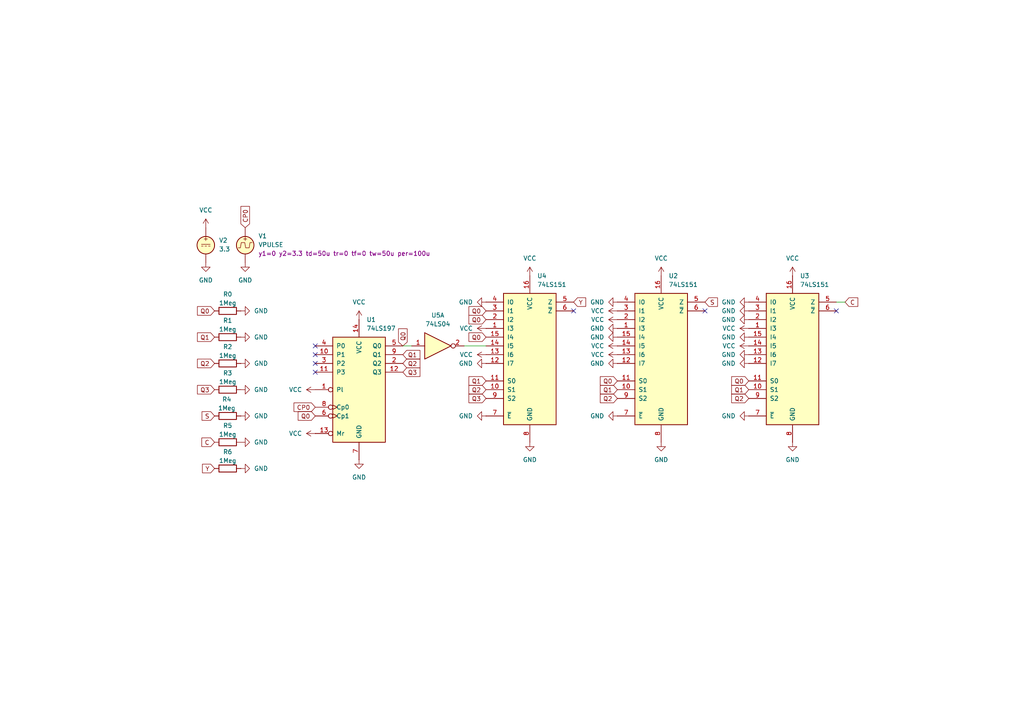
<source format=kicad_sch>
(kicad_sch (version 20250114) (generator "eeschema") (generator_version "9.0")
  (paper "A4")
  (lib_symbols
    (symbol "74xx:74LS04"
      (property "Reference" "U" (at 0 1.27 0))
      (property "Value" "74LS04" (at 0 -1.27 0))
      (symbol "74LS04_1_0"
        (polyline (pts (xy -3.81 3.81) (xy -3.81 -3.81) (xy 3.81 0) (xy -3.81 3.81)) (stroke (width 0.254)) (fill (type background)))
        (pin input line (at -7.62 0 0) (length 3.81) (name "~") (number "1"))
        (pin output inverted (at 7.62 0 180) (length 3.81) (name "~") (number "2"))
      )
      (symbol "74LS04_2_0"
        (polyline (pts (xy -3.81 3.81) (xy -3.81 -3.81) (xy 3.81 0) (xy -3.81 3.81)) (stroke (width 0.254)) (fill (type background)))
        (pin input line (at -7.62 0 0) (length 3.81) (name "~") (number "3"))
        (pin output inverted (at 7.62 0 180) (length 3.81) (name "~") (number "4"))
      )
      (symbol "74LS04_3_0"
        (polyline (pts (xy -3.81 3.81) (xy -3.81 -3.81) (xy 3.81 0) (xy -3.81 3.81)) (stroke (width 0.254)) (fill (type background)))
        (pin input line (at -7.62 0 0) (length 3.81) (name "~") (number "5"))
        (pin output inverted (at 7.62 0 180) (length 3.81) (name "~") (number "6"))
      )
      (symbol "74LS04_4_0"
        (polyline (pts (xy -3.81 3.81) (xy -3.81 -3.81) (xy 3.81 0) (xy -3.81 3.81)) (stroke (width 0.254)) (fill (type background)))
        (pin input line (at -7.62 0 0) (length 3.81) (name "~") (number "9"))
        (pin output inverted (at 7.62 0 180) (length 3.81) (name "~") (number "8"))
      )
      (symbol "74LS04_5_0"
        (polyline (pts (xy -3.81 3.81) (xy -3.81 -3.81) (xy 3.81 0) (xy -3.81 3.81)) (stroke (width 0.254)) (fill (type background)))
        (pin input line (at -7.62 0 0) (length 3.81) (name "~") (number "11"))
        (pin output inverted (at 7.62 0 180) (length 3.81) (name "~") (number "10"))
      )
      (symbol "74LS04_6_0"
        (polyline (pts (xy -3.81 3.81) (xy -3.81 -3.81) (xy 3.81 0) (xy -3.81 3.81)) (stroke (width 0.254)) (fill (type background)))
        (pin input line (at -7.62 0 0) (length 3.81) (name "~") (number "13"))
        (pin output inverted (at 7.62 0 180) (length 3.81) (name "~") (number "12"))
      )
      (symbol "74LS04_7_0"
        (pin power_in line (at 0 12.7 270) (length 5.08) (name "VCC") (number "14"))
        (pin power_in line (at 0 -12.7 90) (length 5.08) (name "GND") (number "7"))
      )
      (symbol "74LS04_7_1"
        (rectangle (start -5.08 7.62) (end 5.08 -7.62) (stroke (width 0.254)) (fill (type background)))
      )
    )
    (symbol "74xx:74LS151" (pin_names (offset 1.016))
      (property "Reference" "U" (at -7.62 19.05 0))
      (property "Value" "74LS151" (at -7.62 -21.59 0))
      (symbol "74LS151_1_0"
        (pin input line (at -12.7 15.24 0) (length 5.08) (name "I0") (number "4"))
        (pin input line (at -12.7 12.7 0) (length 5.08) (name "I1") (number "3"))
        (pin input line (at -12.7 10.16 0) (length 5.08) (name "I2") (number "2"))
        (pin input line (at -12.7 7.62 0) (length 5.08) (name "I3") (number "1"))
        (pin input line (at -12.7 5.08 0) (length 5.08) (name "I4") (number "15"))
        (pin input line (at -12.7 2.54 0) (length 5.08) (name "I5") (number "14"))
        (pin input line (at -12.7 0 0) (length 5.08) (name "I6") (number "13"))
        (pin input line (at -12.7 -2.54 0) (length 5.08) (name "I7") (number "12"))
        (pin input line (at -12.7 -7.62 0) (length 5.08) (name "S0") (number "11"))
        (pin input line (at -12.7 -10.16 0) (length 5.08) (name "S1") (number "10"))
        (pin input line (at -12.7 -12.7 0) (length 5.08) (name "S2") (number "9"))
        (pin input line (at -12.7 -17.78 0) (length 5.08) (name "~{E}") (number "7"))
        (pin power_in line (at 0 22.86 270) (length 5.08) (name "VCC") (number "16"))
        (pin power_in line (at 0 -25.4 90) (length 5.08) (name "GND") (number "8"))
        (pin output line (at 12.7 15.24 180) (length 5.08) (name "Z") (number "5"))
        (pin output line (at 12.7 12.7 180) (length 5.08) (name "~{Z}") (number "6"))
      )
      (symbol "74LS151_1_1"
        (rectangle (start -7.62 17.78) (end 7.62 -20.32) (stroke (width 0.254)) (fill (type background)))
      )
    )
    (symbol "74xx:74LS197" (pin_names (offset 1.016))
      (property "Reference" "U" (at -7.62 16.51 0))
      (property "Value" "74LS197" (at -7.62 -16.51 0))
      (symbol "74LS197_1_0"
        (pin input line (at -12.7 12.7 0) (length 5.08) (name "P0") (number "4"))
        (pin input line (at -12.7 10.16 0) (length 5.08) (name "P1") (number "10"))
        (pin input line (at -12.7 7.62 0) (length 5.08) (name "P2") (number "3"))
        (pin input line (at -12.7 5.08 0) (length 5.08) (name "P3") (number "11"))
        (pin input inverted (at -12.7 0 0) (length 5.08) (name "Pl") (number "1"))
        (pin input inverted_clock (at -12.7 -5.08 0) (length 5.08) (name "Cp0") (number "8"))
        (pin input inverted_clock (at -12.7 -7.62 0) (length 5.08) (name "Cp1") (number "6"))
        (pin input inverted (at -12.7 -12.7 0) (length 5.08) (name "Mr") (number "13"))
        (pin power_in line (at 0 20.32 270) (length 5.08) (name "VCC") (number "14"))
        (pin power_in line (at 0 -20.32 90) (length 5.08) (name "GND") (number "7"))
        (pin output line (at 12.7 12.7 180) (length 5.08) (name "Q0") (number "5"))
        (pin output line (at 12.7 10.16 180) (length 5.08) (name "Q1") (number "9"))
        (pin output line (at 12.7 7.62 180) (length 5.08) (name "Q2") (number "2"))
        (pin output line (at 12.7 5.08 180) (length 5.08) (name "Q3") (number "12"))
      )
      (symbol "74LS197_1_1"
        (rectangle (start -7.62 15.24) (end 7.62 -15.24) (stroke (width 0.254)) (fill (type background)))
      )
    )
    (symbol "Device:R" (pin_numbers (hide yes)) (pin_names (offset 0))
      (property "Reference" "R" (at 2.032 0 90))
      (property "Value" "R" (at 0 0 90))
      (symbol "R_0_1"
        (rectangle (start -1.016 -2.54) (end 1.016 2.54) (stroke (width 0.254)))
      )
      (symbol "R_1_1"
        (pin passive line (at 0 3.81 270) (length 1.27) (name "~") (number "1"))
        (pin passive line (at 0 -3.81 90) (length 1.27) (name "~") (number "2"))
      )
    )
    (symbol "Simulation_SPICE:VDC" (pin_numbers (hide yes)) (pin_names (offset 0.0254))
      (property "Reference" "V" (at 2.54 2.54 0))
      (property "Value" "1" (at 2.54 0 0))
      (symbol "VDC_0_0"
        (polyline (pts (xy -1.27 0.254) (xy 1.27 0.254)))
        (polyline (pts (xy -0.762 -0.254) (xy -1.27 -0.254)))
        (polyline (pts (xy 0.254 -0.254) (xy -0.254 -0.254)))
        (polyline (pts (xy 1.27 -0.254) (xy 0.762 -0.254)))
        (text "+" (at 0 1.905 0) (effects (font (size 1.27 1.27))))
      )
      (symbol "VDC_0_1"
        (circle (center 0 0) (radius 2.54) (stroke (width 0.254)) (fill (type background)))
      )
      (symbol "VDC_1_1"
        (pin passive line (at 0 5.08 270) (length 2.54) (name "~") (number "1"))
        (pin passive line (at 0 -5.08 90) (length 2.54) (name "~") (number "2"))
      )
    )
    (symbol "Simulation_SPICE:VPULSE" (pin_numbers (hide yes)) (pin_names (offset 0.0254))
      (property "Reference" "V" (at 2.54 2.54 0))
      (property "Value" "VPULSE" (at 2.54 0 0))
      (property "Sim.Params" "y1=0 y2=1 td=2n tr=2n tf=2n tw=50n per=100n" (at 2.54 -2.54 0))
      (symbol "VPULSE_0_0"
        (polyline (pts (xy -2.032 -0.762) (xy -1.397 -0.762) (xy -1.143 0.762) (xy -0.127 0.762) (xy 0.127 -0.762) (xy 1.143 -0.762) (xy 1.397 0.762) (xy 2.032 0.762)))
        (text "+" (at 0 1.905 0) (effects (font (size 1.27 1.27))))
      )
      (symbol "VPULSE_0_1"
        (circle (center 0 0) (radius 2.54) (stroke (width 0.254)) (fill (type background)))
      )
      (symbol "VPULSE_1_1"
        (pin passive line (at 0 5.08 270) (length 2.54) (name "~") (number "1"))
        (pin passive line (at 0 -5.08 90) (length 2.54) (name "~") (number "2"))
      )
    )
    (symbol "power:GND" (power) (pin_numbers (hide yes)) (pin_names (offset 0) (hide yes))
      (property "Value" "GND" (at 0 -3.81 0))
      (symbol "GND_0_1"
        (polyline (pts (xy 0 0) (xy 0 -1.27) (xy 1.27 -1.27) (xy 0 -2.54) (xy -1.27 -1.27) (xy 0 -1.27)))
      )
      (symbol "GND_1_1"
        (pin power_in line (at 0 0 270) (length 0) (name "~") (number "1"))
      )
    )
    (symbol "power:VCC" (power) (pin_numbers (hide yes)) (pin_names (offset 0) (hide yes))
      (property "Value" "VCC" (at 0 3.556 0))
      (symbol "VCC_0_1"
        (polyline (pts (xy -0.762 1.27) (xy 0 2.54)))
        (polyline (pts (xy 0 2.54) (xy 0.762 1.27)))
        (polyline (pts (xy 0 0) (xy 0 2.54)))
      )
      (symbol "VCC_1_1"
        (pin power_in line (at 0 0 90) (length 0) (name "~") (number "1"))
      )
    )
  )
  (no_connect (at 242.57 90.17))
  (no_connect (at 166.37 90.17))
  (no_connect (at 204.47 90.17))
  (no_connect (at 91.44 102.87))
  (no_connect (at 91.44 105.41))
  (no_connect (at 91.44 100.33))
  (no_connect (at 91.44 107.95))
  (wire (pts (xy 116.84 100.33) (xy 119.38 100.33)))
  (wire (pts (xy 134.62 100.33) (xy 140.97 100.33)))
  (wire (pts (xy 242.57 87.63) (xy 245.11 87.63)))
  (global_label "CP0" (shape input) (at 71.12 66.04 90) (property "Intersheetrefs" "${INTERSHEET_REFS}" (effects (hide yes))))
  (global_label "Q1" (shape input) (at 116.84 102.87 0) (property "Intersheetrefs" "${INTERSHEET_REFS}" (effects (hide yes))))
  (global_label "S" (shape input) (at 204.47 87.63 0) (property "Intersheetrefs" "${INTERSHEET_REFS}" (effects (hide yes))))
  (global_label "Q3" (shape input) (at 116.84 107.95 0) (property "Intersheetrefs" "${INTERSHEET_REFS}" (effects (hide yes))))
  (global_label "Q1" (shape input) (at 217.17 113.03 180) (property "Intersheetrefs" "${INTERSHEET_REFS}" (effects (hide yes))))
  (global_label "S" (shape input) (at 62.23 120.65 180) (property "Intersheetrefs" "${INTERSHEET_REFS}" (effects (hide yes))))
  (global_label "CP0" (shape input) (at 91.44 118.11 180) (property "Intersheetrefs" "${INTERSHEET_REFS}" (effects (hide yes))))
  (global_label "Q1" (shape input) (at 62.23 97.79 180) (property "Intersheetrefs" "${INTERSHEET_REFS}" (effects (hide yes))))
  (global_label "C" (shape input) (at 245.11 87.63 0) (property "Intersheetrefs" "${INTERSHEET_REFS}" (effects (hide yes))))
  (global_label "Q0" (shape input) (at 140.97 92.71 180) (property "Intersheetrefs" "${INTERSHEET_REFS}" (effects (hide yes))))
  (global_label "Q0" (shape input) (at 217.17 110.49 180) (property "Intersheetrefs" "${INTERSHEET_REFS}" (effects (hide yes))))
  (global_label "Q0" (shape input) (at 179.07 110.49 180) (property "Intersheetrefs" "${INTERSHEET_REFS}" (effects (hide yes))))
  (global_label "Q1" (shape input) (at 140.97 110.49 180) (property "Intersheetrefs" "${INTERSHEET_REFS}" (effects (hide yes))))
  (global_label "Q0" (shape input) (at 140.97 97.79 180) (property "Intersheetrefs" "${INTERSHEET_REFS}" (effects (hide yes))))
  (global_label "Q2" (shape input) (at 179.07 115.57 180) (property "Intersheetrefs" "${INTERSHEET_REFS}" (effects (hide yes))))
  (global_label "Y" (shape input) (at 62.23 135.89 180) (property "Intersheetrefs" "${INTERSHEET_REFS}" (effects (hide yes))))
  (global_label "C" (shape input) (at 62.23 128.27 180) (property "Intersheetrefs" "${INTERSHEET_REFS}" (effects (hide yes))))
  (global_label "Q2" (shape input) (at 217.17 115.57 180) (property "Intersheetrefs" "${INTERSHEET_REFS}" (effects (hide yes))))
  (global_label "Q2" (shape input) (at 140.97 113.03 180) (property "Intersheetrefs" "${INTERSHEET_REFS}" (effects (hide yes))))
  (global_label "Q0" (shape input) (at 116.84 100.33 90) (property "Intersheetrefs" "${INTERSHEET_REFS}" (effects (hide yes))))
  (global_label "Q0" (shape input) (at 140.97 90.17 180) (property "Intersheetrefs" "${INTERSHEET_REFS}" (effects (hide yes))))
  (global_label "Q3" (shape input) (at 140.97 115.57 180) (property "Intersheetrefs" "${INTERSHEET_REFS}" (effects (hide yes))))
  (global_label "Q1" (shape input) (at 179.07 113.03 180) (property "Intersheetrefs" "${INTERSHEET_REFS}" (effects (hide yes))))
  (global_label "Q2" (shape input) (at 62.23 105.41 180) (property "Intersheetrefs" "${INTERSHEET_REFS}" (effects (hide yes))))
  (global_label "Q0" (shape input) (at 62.23 90.17 180) (property "Intersheetrefs" "${INTERSHEET_REFS}" (effects (hide yes))))
  (global_label "Q3" (shape input) (at 62.23 113.03 180) (property "Intersheetrefs" "${INTERSHEET_REFS}" (effects (hide yes))))
  (global_label "Q2" (shape input) (at 116.84 105.41 0) (property "Intersheetrefs" "${INTERSHEET_REFS}" (effects (hide yes))))
  (global_label "Y" (shape input) (at 166.37 87.63 0) (property "Intersheetrefs" "${INTERSHEET_REFS}" (effects (hide yes))))
  (global_label "Q0" (shape input) (at 91.44 120.65 180) (property "Intersheetrefs" "${INTERSHEET_REFS}" (effects (hide yes))))
  (symbol (lib_id "power:GND") (at 69.85 113.03 90) (unit 1)
    (property "Reference" "#PWR033" (effects (hide yes)))
    (property "Value" "GND" (at 73.66 113.0299 90) (effects (justify right)))
    (property "Description" "Power symbol creates a global label with name \"GND\" , ground" (effects (hide yes)))
  )
  (symbol (lib_id "power:GND") (at 140.97 105.41 270) (unit 1)
    (property "Reference" "#PWR040" (effects (hide yes)))
    (property "Value" "GND" (at 137.16 105.4099 90) (effects (justify right)))
    (property "Description" "Power symbol creates a global label with name \"GND\" , ground" (effects (hide yes)))
  )
  (symbol (lib_id "power:VCC") (at 153.67 80.01 0) (unit 1)
    (property "Reference" "#PWR036" (effects (hide yes)))
    (property "Value" "VCC" (at 153.67 74.93 0))
    (property "Description" "Power symbol creates a global label with name \"VCC\"" (effects (hide yes)))
  )
  (symbol (lib_id "Device:R") (at 66.04 105.41 90) (unit 1)
    (property "Reference" "R2" (at 66.04 100.584 90))
    (property "Value" "1Meg" (at 66.04 103.124 90))
    (property "Description" "Resistor" (effects (hide yes)))
  )
  (symbol (lib_id "power:VCC") (at 217.17 100.33 90) (unit 1)
    (property "Reference" "#PWR020" (effects (hide yes)))
    (property "Value" "VCC" (at 213.36 100.3299 90) (effects (justify left)))
    (property "Description" "Power symbol creates a global label with name \"VCC\"" (effects (hide yes)))
  )
  (symbol (lib_id "Simulation_SPICE:VPULSE") (at 71.12 71.12 0) (unit 1)
    (property "Reference" "V1" (at 74.93 68.4501 0) (effects (justify left)))
    (property "Value" "VPULSE" (at 74.93 70.9901 0) (effects (justify left)))
    (property "Datasheet" "https://ngspice.sourceforge.io/docs/ngspice-html-manual/manual.xhtml#sec_Independent_Sources_for" (effects (hide yes)))
    (property "Description" "Voltage source, pulse" (effects (hide yes)))
    (property "Sim.Pins" "1=+ 2=-" (effects (hide yes)))
    (property "Sim.Type" "PULSE" (effects (hide yes)))
    (property "Sim.Device" "V" (effects (hide yes)))
    (property "Sim.Params" "y1=0 y2=3.3 td=50u tr=0 tf=0 tw=50u per=100u" (at 74.93 73.5301 0) (effects (justify left)))
  )
  (symbol (lib_id "power:GND") (at 179.07 95.25 270) (unit 1)
    (property "Reference" "#PWR021" (effects (hide yes)))
    (property "Value" "GND" (at 175.26 95.2499 90) (effects (justify right)))
    (property "Description" "Power symbol creates a global label with name \"GND\" , ground" (effects (hide yes)))
  )
  (symbol (lib_id "power:GND") (at 229.87 128.27 0) (unit 1)
    (property "Reference" "#PWR011" (effects (hide yes)))
    (property "Value" "GND" (at 229.87 133.35 0))
    (property "Description" "Power symbol creates a global label with name \"GND\" , ground" (effects (hide yes)))
  )
  (symbol (lib_id "power:GND") (at 153.67 128.27 0) (unit 1)
    (property "Reference" "#PWR037" (effects (hide yes)))
    (property "Value" "GND" (at 153.67 133.35 0))
    (property "Description" "Power symbol creates a global label with name \"GND\" , ground" (effects (hide yes)))
  )
  (symbol (lib_id "power:GND") (at 217.17 120.65 270) (unit 1)
    (property "Reference" "#PWR013" (effects (hide yes)))
    (property "Value" "GND" (at 213.36 120.6499 90) (effects (justify right)))
    (property "Description" "Power symbol creates a global label with name \"GND\" , ground" (effects (hide yes)))
  )
  (symbol (lib_id "power:GND") (at 217.17 92.71 270) (unit 1)
    (property "Reference" "#PWR026" (effects (hide yes)))
    (property "Value" "GND" (at 213.36 92.7099 90) (effects (justify right)))
    (property "Description" "Power symbol creates a global label with name \"GND\" , ground" (effects (hide yes)))
  )
  (symbol (lib_id "power:GND") (at 217.17 97.79 270) (unit 1)
    (property "Reference" "#PWR027" (effects (hide yes)))
    (property "Value" "GND" (at 213.36 97.7899 90) (effects (justify right)))
    (property "Description" "Power symbol creates a global label with name \"GND\" , ground" (effects (hide yes)))
  )
  (symbol (lib_id "Device:R") (at 66.04 135.89 90) (unit 1)
    (property "Reference" "R6" (at 66.04 131.064 90))
    (property "Value" "1Meg" (at 66.04 133.604 90))
    (property "Description" "Resistor" (effects (hide yes)))
  )
  (symbol (lib_id "power:GND") (at 179.07 120.65 270) (unit 1)
    (property "Reference" "#PWR012" (effects (hide yes)))
    (property "Value" "GND" (at 175.26 120.6499 90) (effects (justify right)))
    (property "Description" "Power symbol creates a global label with name \"GND\" , ground" (effects (hide yes)))
  )
  (symbol (lib_id "power:GND") (at 69.85 128.27 90) (unit 1)
    (property "Reference" "#PWR035" (effects (hide yes)))
    (property "Value" "GND" (at 73.66 128.2699 90) (effects (justify right)))
    (property "Description" "Power symbol creates a global label with name \"GND\" , ground" (effects (hide yes)))
  )
  (symbol (lib_id "power:GND") (at 69.85 90.17 90) (unit 1)
    (property "Reference" "#PWR030" (effects (hide yes)))
    (property "Value" "GND" (at 73.66 90.1699 90) (effects (justify right)))
    (property "Description" "Power symbol creates a global label with name \"GND\" , ground" (effects (hide yes)))
  )
  (symbol (lib_id "power:GND") (at 69.85 105.41 90) (unit 1)
    (property "Reference" "#PWR032" (effects (hide yes)))
    (property "Value" "GND" (at 73.66 105.4099 90) (effects (justify right)))
    (property "Description" "Power symbol creates a global label with name \"GND\" , ground" (effects (hide yes)))
  )
  (symbol (lib_id "power:GND") (at 69.85 120.65 90) (unit 1)
    (property "Reference" "#PWR034" (effects (hide yes)))
    (property "Value" "GND" (at 73.66 120.6499 90) (effects (justify right)))
    (property "Description" "Power symbol creates a global label with name \"GND\" , ground" (effects (hide yes)))
  )
  (symbol (lib_id "74xx:74LS151") (at 153.67 102.87 0) (unit 1)
    (property "Reference" "U4" (at 155.8133 80.01 0) (effects (justify left)))
    (property "Value" "74LS151" (at 155.8133 82.55 0) (effects (justify left)))
    (property "Datasheet" "http://www.ti.com/lit/gpn/sn74LS151" (effects (hide yes)))
    (property "Description" "Multiplexer 8 to 1" (effects (hide yes)))
    (property "Sim.Library" "../74LS151.lib" (effects (hide yes)))
    (property "Sim.Name" "74LS151" (effects (hide yes)))
    (property "Sim.Device" "SUBCKT" (effects (hide yes)))
    (property "Sim.Pins" "1=D3 2=D2 3=D1 4=D0 5=Y 6=W 7=GBAR 8=DGND 9=C 10=B 11=A 12=D7 13=D6 14=D5 15=D4 16=DPWR" (effects (hide yes)))
  )
  (symbol (lib_id "power:GND") (at 59.69 76.2 0) (unit 1)
    (property "Reference" "#PWR06" (effects (hide yes)))
    (property "Value" "GND" (at 59.69 81.28 0))
    (property "Description" "Power symbol creates a global label with name \"GND\" , ground" (effects (hide yes)))
  )
  (symbol (lib_id "power:GND") (at 69.85 97.79 90) (unit 1)
    (property "Reference" "#PWR031" (effects (hide yes)))
    (property "Value" "GND" (at 73.66 97.7899 90) (effects (justify right)))
    (property "Description" "Power symbol creates a global label with name \"GND\" , ground" (effects (hide yes)))
  )
  (symbol (lib_id "Device:R") (at 66.04 113.03 90) (unit 1)
    (property "Reference" "R3" (at 66.04 108.204 90))
    (property "Value" "1Meg" (at 66.04 110.744 90))
    (property "Description" "Resistor" (effects (hide yes)))
  )
  (symbol (lib_id "power:GND") (at 217.17 87.63 270) (unit 1)
    (property "Reference" "#PWR024" (effects (hide yes)))
    (property "Value" "GND" (at 213.36 87.6299 90) (effects (justify right)))
    (property "Description" "Power symbol creates a global label with name \"GND\" , ground" (effects (hide yes)))
  )
  (symbol (lib_id "power:GND") (at 217.17 102.87 270) (unit 1)
    (property "Reference" "#PWR028" (effects (hide yes)))
    (property "Value" "GND" (at 213.36 102.8699 90) (effects (justify right)))
    (property "Description" "Power symbol creates a global label with name \"GND\" , ground" (effects (hide yes)))
  )
  (symbol (lib_id "Device:R") (at 66.04 128.27 90) (unit 1)
    (property "Reference" "R5" (at 66.04 123.444 90))
    (property "Value" "1Meg" (at 66.04 125.984 90))
    (property "Description" "Resistor" (effects (hide yes)))
  )
  (symbol (lib_id "power:VCC") (at 104.14 92.71 0) (unit 1)
    (property "Reference" "#PWR02" (effects (hide yes)))
    (property "Value" "VCC" (at 104.14 87.63 0))
    (property "Description" "Power symbol creates a global label with name \"VCC\"" (effects (hide yes)))
  )
  (symbol (lib_id "power:VCC") (at 217.17 95.25 90) (unit 1)
    (property "Reference" "#PWR019" (effects (hide yes)))
    (property "Value" "VCC" (at 213.36 95.2499 90) (effects (justify left)))
    (property "Description" "Power symbol creates a global label with name \"VCC\"" (effects (hide yes)))
  )
  (symbol (lib_id "power:GND") (at 217.17 105.41 270) (unit 1)
    (property "Reference" "#PWR029" (effects (hide yes)))
    (property "Value" "GND" (at 213.36 105.4099 90) (effects (justify right)))
    (property "Description" "Power symbol creates a global label with name \"GND\" , ground" (effects (hide yes)))
  )
  (symbol (lib_id "power:VCC") (at 179.07 92.71 90) (unit 1)
    (property "Reference" "#PWR015" (effects (hide yes)))
    (property "Value" "VCC" (at 175.26 92.7099 90) (effects (justify left)))
    (property "Description" "Power symbol creates a global label with name \"VCC\"" (effects (hide yes)))
  )
  (symbol (lib_id "Simulation_SPICE:VDC") (at 59.69 71.12 0) (unit 1)
    (property "Reference" "V2" (at 63.5 69.7201 0) (effects (justify left)))
    (property "Value" "3.3" (at 63.5 72.2601 0) (effects (justify left)))
    (property "Datasheet" "https://ngspice.sourceforge.io/docs/ngspice-html-manual/manual.xhtml#sec_Independent_Sources_for" (effects (hide yes)))
    (property "Description" "Voltage source, DC" (effects (hide yes)))
    (property "Sim.Pins" "1=+ 2=-" (effects (hide yes)))
    (property "Sim.Type" "DC" (effects (hide yes)))
    (property "Sim.Device" "V" (effects (hide yes)))
  )
  (symbol (lib_id "power:GND") (at 179.07 87.63 270) (unit 1)
    (property "Reference" "#PWR014" (effects (hide yes)))
    (property "Value" "GND" (at 175.26 87.6299 90) (effects (justify right)))
    (property "Description" "Power symbol creates a global label with name \"GND\" , ground" (effects (hide yes)))
  )
  (symbol (lib_id "74xx:74LS151") (at 191.77 102.87 0) (unit 1)
    (property "Reference" "U2" (at 193.9133 80.01 0) (effects (justify left)))
    (property "Value" "74LS151" (at 193.9133 82.55 0) (effects (justify left)))
    (property "Datasheet" "http://www.ti.com/lit/gpn/sn74LS151" (effects (hide yes)))
    (property "Description" "Multiplexer 8 to 1" (effects (hide yes)))
    (property "Sim.Library" "../74LS151.lib" (effects (hide yes)))
    (property "Sim.Name" "74LS151" (effects (hide yes)))
    (property "Sim.Device" "SUBCKT" (effects (hide yes)))
    (property "Sim.Pins" "1=D3 2=D2 3=D1 4=D0 5=Y 6=W 7=GBAR 8=DGND 9=C 10=B 11=A 12=D7 13=D6 14=D5 15=D4 16=DPWR" (effects (hide yes)))
  )
  (symbol (lib_id "power:GND") (at 104.14 133.35 0) (unit 1)
    (property "Reference" "#PWR05" (effects (hide yes)))
    (property "Value" "GND" (at 104.14 138.43 0))
    (property "Description" "Power symbol creates a global label with name \"GND\" , ground" (effects (hide yes)))
  )
  (symbol (lib_id "power:VCC") (at 179.07 102.87 90) (unit 1)
    (property "Reference" "#PWR018" (effects (hide yes)))
    (property "Value" "VCC" (at 175.26 102.8699 90) (effects (justify left)))
    (property "Description" "Power symbol creates a global label with name \"VCC\"" (effects (hide yes)))
  )
  (symbol (lib_id "power:VCC") (at 91.44 125.73 90) (unit 1)
    (property "Reference" "#PWR09" (effects (hide yes)))
    (property "Value" "VCC" (at 87.63 125.7299 90) (effects (justify left)))
    (property "Description" "Power symbol creates a global label with name \"VCC\"" (effects (hide yes)))
  )
  (symbol (lib_id "power:VCC") (at 179.07 100.33 90) (unit 1)
    (property "Reference" "#PWR017" (effects (hide yes)))
    (property "Value" "VCC" (at 175.26 100.3299 90) (effects (justify left)))
    (property "Description" "Power symbol creates a global label with name \"VCC\"" (effects (hide yes)))
  )
  (symbol (lib_id "74xx:74LS197") (at 104.14 113.03 0) (unit 1)
    (property "Reference" "U1" (at 106.2833 92.71 0) (effects (justify left)))
    (property "Value" "74LS197" (at 106.2833 95.25 0) (effects (justify left)))
    (property "Datasheet" "http://www.ti.com/lit/gpn/sn74LS197" (effects (hide yes)))
    (property "Description" "4 (3+1)-bit presettable binary counter" (effects (hide yes)))
    (property "Sim.Library" "../74LS197.lib" (effects (hide yes)))
    (property "Sim.Name" "74LS197" (effects (hide yes)))
    (property "Sim.Device" "SUBCKT" (effects (hide yes)))
    (property "Sim.Pins" "1=LOADBAR 2=QC 3=C 4=A 5=QA 6=CLK2 7=DGND 8=CLK1 9=QB 10=B 11=D 12=QD 13=CLRBAR 14=DPWR" (effects (hide yes)))
  )
  (symbol (lib_id "power:GND") (at 179.07 105.41 270) (unit 1)
    (property "Reference" "#PWR023" (effects (hide yes)))
    (property "Value" "GND" (at 175.26 105.4099 90) (effects (justify right)))
    (property "Description" "Power symbol creates a global label with name \"GND\" , ground" (effects (hide yes)))
  )
  (symbol (lib_id "power:GND") (at 191.77 128.27 0) (unit 1)
    (property "Reference" "#PWR04" (effects (hide yes)))
    (property "Value" "GND" (at 191.77 133.35 0))
    (property "Description" "Power symbol creates a global label with name \"GND\" , ground" (effects (hide yes)))
  )
  (symbol (lib_id "power:VCC") (at 59.69 66.04 0) (unit 1)
    (property "Reference" "#PWR01" (effects (hide yes)))
    (property "Value" "VCC" (at 59.69 60.96 0))
    (property "Description" "Power symbol creates a global label with name \"VCC\"" (effects (hide yes)))
  )
  (symbol (lib_id "power:GND") (at 140.97 120.65 270) (unit 1)
    (property "Reference" "#PWR038" (effects (hide yes)))
    (property "Value" "GND" (at 137.16 120.6499 90) (effects (justify right)))
    (property "Description" "Power symbol creates a global label with name \"GND\" , ground" (effects (hide yes)))
  )
  (symbol (lib_id "power:VCC") (at 140.97 102.87 90) (unit 1)
    (property "Reference" "#PWR042" (effects (hide yes)))
    (property "Value" "VCC" (at 137.16 102.8699 90) (effects (justify left)))
    (property "Description" "Power symbol creates a global label with name \"VCC\"" (effects (hide yes)))
  )
  (symbol (lib_id "power:GND") (at 71.12 76.2 0) (unit 1)
    (property "Reference" "#PWR07" (effects (hide yes)))
    (property "Value" "GND" (at 71.12 81.28 0))
    (property "Description" "Power symbol creates a global label with name \"GND\" , ground" (effects (hide yes)))
  )
  (symbol (lib_id "74xx:74LS151") (at 229.87 102.87 0) (unit 1)
    (property "Reference" "U3" (at 232.0133 80.01 0) (effects (justify left)))
    (property "Value" "74LS151" (at 232.0133 82.55 0) (effects (justify left)))
    (property "Datasheet" "http://www.ti.com/lit/gpn/sn74LS151" (effects (hide yes)))
    (property "Description" "Multiplexer 8 to 1" (effects (hide yes)))
    (property "Sim.Library" "../74LS151.lib" (effects (hide yes)))
    (property "Sim.Name" "74LS151" (effects (hide yes)))
    (property "Sim.Device" "SUBCKT" (effects (hide yes)))
    (property "Sim.Pins" "1=D3 2=D2 3=D1 4=D0 5=Y 6=W 7=GBAR 8=DGND 9=C 10=B 11=A 12=D7 13=D6 14=D5 15=D4 16=DPWR" (effects (hide yes)))
  )
  (symbol (lib_id "Device:R") (at 66.04 97.79 90) (unit 1)
    (property "Reference" "R1" (at 66.04 92.964 90))
    (property "Value" "1Meg" (at 66.04 95.504 90))
    (property "Description" "Resistor" (effects (hide yes)))
  )
  (symbol (lib_id "power:VCC") (at 191.77 80.01 0) (unit 1)
    (property "Reference" "#PWR03" (effects (hide yes)))
    (property "Value" "VCC" (at 191.77 74.93 0))
    (property "Description" "Power symbol creates a global label with name \"VCC\"" (effects (hide yes)))
  )
  (symbol (lib_id "power:VCC") (at 229.87 80.01 0) (unit 1)
    (property "Reference" "#PWR010" (effects (hide yes)))
    (property "Value" "VCC" (at 229.87 74.93 0))
    (property "Description" "Power symbol creates a global label with name \"VCC\"" (effects (hide yes)))
  )
  (symbol (lib_id "Device:R") (at 66.04 120.65 90) (unit 1)
    (property "Reference" "R4" (at 65.786 115.824 90))
    (property "Value" "1Meg" (at 65.786 118.364 90))
    (property "Description" "Resistor" (effects (hide yes)))
  )
  (symbol (lib_id "power:VCC") (at 140.97 95.25 90) (unit 1)
    (property "Reference" "#PWR041" (effects (hide yes)))
    (property "Value" "VCC" (at 137.16 95.2499 90) (effects (justify left)))
    (property "Description" "Power symbol creates a global label with name \"VCC\"" (effects (hide yes)))
  )
  (symbol (lib_id "power:GND") (at 179.07 97.79 270) (unit 1)
    (property "Reference" "#PWR022" (effects (hide yes)))
    (property "Value" "GND" (at 175.26 97.7899 90) (effects (justify right)))
    (property "Description" "Power symbol creates a global label with name \"GND\" , ground" (effects (hide yes)))
  )
  (symbol (lib_id "Device:R") (at 66.04 90.17 90) (unit 1)
    (property "Reference" "R0" (at 66.04 85.344 90))
    (property "Value" "1Meg" (at 66.04 87.884 90))
    (property "Description" "Resistor" (effects (hide yes)))
  )
  (symbol (lib_id "power:GND") (at 140.97 87.63 270) (unit 1)
    (property "Reference" "#PWR039" (effects (hide yes)))
    (property "Value" "GND" (at 137.16 87.6299 90) (effects (justify right)))
    (property "Description" "Power symbol creates a global label with name \"GND\" , ground" (effects (hide yes)))
  )
  (symbol (lib_id "power:VCC") (at 179.07 90.17 90) (unit 1)
    (property "Reference" "#PWR016" (effects (hide yes)))
    (property "Value" "VCC" (at 175.26 90.1699 90) (effects (justify left)))
    (property "Description" "Power symbol creates a global label with name \"VCC\"" (effects (hide yes)))
  )
  (symbol (lib_id "power:VCC") (at 91.44 113.03 90) (unit 1)
    (property "Reference" "#PWR08" (effects (hide yes)))
    (property "Value" "VCC" (at 87.63 113.0299 90) (effects (justify left)))
    (property "Description" "Power symbol creates a global label with name \"VCC\"" (effects (hide yes)))
  )
  (symbol (lib_id "power:GND") (at 217.17 90.17 270) (unit 1)
    (property "Reference" "#PWR025" (effects (hide yes)))
    (property "Value" "GND" (at 213.36 90.1699 90) (effects (justify right)))
    (property "Description" "Power symbol creates a global label with name \"GND\" , ground" (effects (hide yes)))
  )
  (symbol (lib_id "power:GND") (at 69.85 135.89 90) (unit 1)
    (property "Reference" "#PWR043" (effects (hide yes)))
    (property "Value" "GND" (at 73.66 135.8899 90) (effects (justify right)))
    (property "Description" "Power symbol creates a global label with name \"GND\" , ground" (effects (hide yes)))
  )
  (symbol (lib_id "74xx:74LS04") (at 127 100.33 0) (unit 1)
    (property "Reference" "U5" (at 127 91.44 0))
    (property "Value" "74LS04" (at 127 93.98 0))
    (property "Datasheet" "http://www.ti.com/lit/gpn/sn74LS04" (effects (hide yes)))
    (property "Description" "Hex Inverter" (effects (hide yes)))
    (property "Sim.Library" "../74LS04.lib" (effects (hide yes)))
    (property "Sim.Name" "74LS04" (effects (hide yes)))
    (property "Sim.Device" "SUBCKT" (effects (hide yes)))
    (property "Sim.Pins" "1=1A 2=1Y" (effects (hide yes)))
  )
)
</source>
